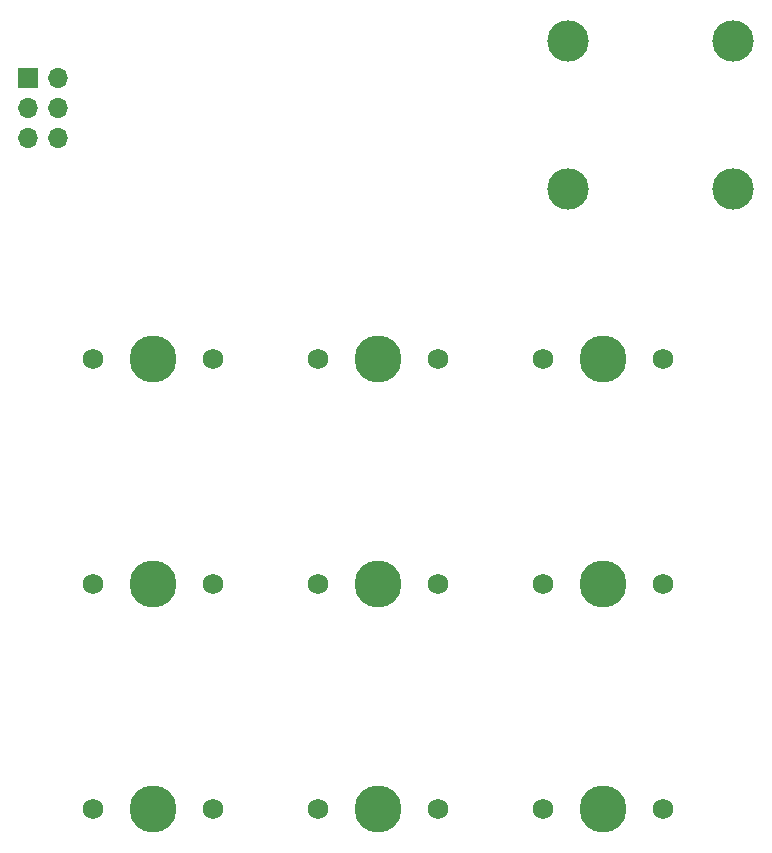
<source format=gbr>
%TF.GenerationSoftware,KiCad,Pcbnew,(6.99.0-3975-g9eb3854794)*%
%TF.CreationDate,2022-10-21T11:16:23+02:00*%
%TF.ProjectId,PCB Template,50434220-5465-46d7-906c-6174652e6b69,rev?*%
%TF.SameCoordinates,Original*%
%TF.FileFunction,Soldermask,Top*%
%TF.FilePolarity,Negative*%
%FSLAX46Y46*%
G04 Gerber Fmt 4.6, Leading zero omitted, Abs format (unit mm)*
G04 Created by KiCad (PCBNEW (6.99.0-3975-g9eb3854794)) date 2022-10-21 11:16:23*
%MOMM*%
%LPD*%
G01*
G04 APERTURE LIST*
%ADD10C,1.750000*%
%ADD11C,3.987800*%
%ADD12C,3.500000*%
%ADD13C,3.500001*%
%ADD14R,1.700000X1.700000*%
%ADD15O,1.700000X1.700000*%
G04 APERTURE END LIST*
D10*
%TO.C,MX4*%
X106838750Y-106362500D03*
D11*
X111918750Y-106362500D03*
D10*
X116998750Y-106362500D03*
%TD*%
D12*
%TO.C,REF\u002A\u002A*%
X147020000Y-60380000D03*
X147020000Y-72880000D03*
D13*
X161020000Y-60380000D03*
D12*
X161020000Y-72880000D03*
%TD*%
D10*
%TO.C,MX9*%
X144938750Y-125412500D03*
D11*
X150018750Y-125412500D03*
D10*
X155098750Y-125412500D03*
%TD*%
%TO.C,MX7*%
X106838750Y-125412500D03*
D11*
X111918750Y-125412500D03*
D10*
X116998750Y-125412500D03*
%TD*%
%TO.C,MX5*%
X125888750Y-106362500D03*
D11*
X130968750Y-106362500D03*
D10*
X136048750Y-106362500D03*
%TD*%
%TO.C,MX3*%
X144938750Y-87312500D03*
D11*
X150018750Y-87312500D03*
D10*
X155098750Y-87312500D03*
%TD*%
%TO.C,MX6*%
X144938750Y-106362500D03*
D11*
X150018750Y-106362500D03*
D10*
X155098750Y-106362500D03*
%TD*%
%TO.C,MX8*%
X125888750Y-125412500D03*
D11*
X130968750Y-125412500D03*
D10*
X136048750Y-125412500D03*
%TD*%
%TO.C,MX1*%
X106838750Y-87312500D03*
D11*
X111918750Y-87312500D03*
D10*
X116998750Y-87312500D03*
%TD*%
%TO.C,MX2*%
X125888750Y-87312500D03*
D11*
X130968750Y-87312500D03*
D10*
X136048750Y-87312500D03*
%TD*%
D14*
%TO.C,J1*%
X101369999Y-63504999D03*
D15*
X103909999Y-63504999D03*
X101369999Y-66044999D03*
X103909999Y-66044999D03*
X101369999Y-68584999D03*
X103909999Y-68584999D03*
%TD*%
M02*

</source>
